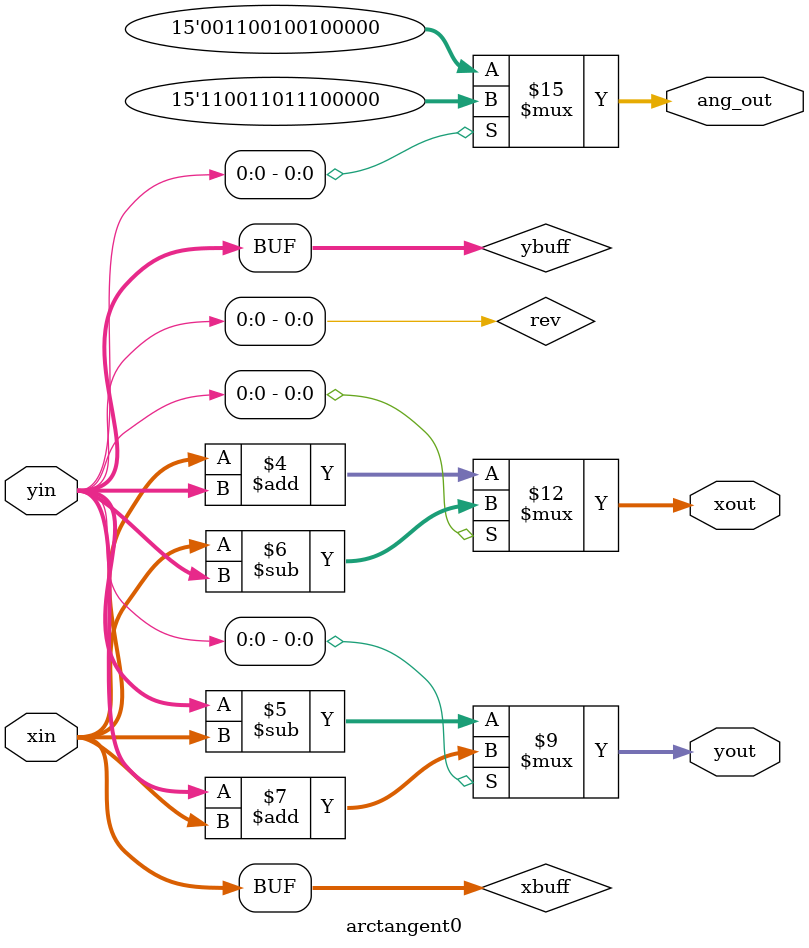
<source format=v>
`timescale 1ns / 1ps
module arctangent0( xin, yin , xout, yout, ang_out);
//input clk;
input signed [0:14] xin, yin;
output reg signed [0:14] xout, yout;
output reg signed [0:14] ang_out;

wire rev;
assign rev = yin[0];
reg signed [0:14] xbuff, ybuff;

always @(xin or yin)
begin
xbuff = xin;
ybuff = yin;
end
//assign xout = xin + ybuff;
//assign yout = yin - xbuff;

always @(xin or yin)
begin
    if(rev == 1'b0)
        begin
        ang_out = 15'd6432;
        xout = xin + ybuff;
        yout = yin - xbuff;
        end
    else
        begin
        ang_out = -15'd6432;
        xout = xin - ybuff;
        yout = yin + xbuff;
        end
    
end

endmodule

</source>
